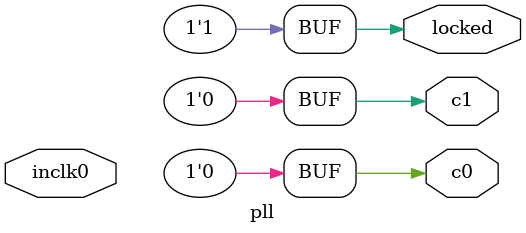
<source format=v>
`timescale 1 ps / 1 ps
module pll (
	inclk0,
	c0,
	c1,
	locked);

	input	  inclk0;
	output	  c0;
	output	  c1;
	output reg	  locked;

initial begin
    locked = 0;
    #3000 locked = 1;
end

assign c0 = 0;
assign c1 = 0;

endmodule
</source>
